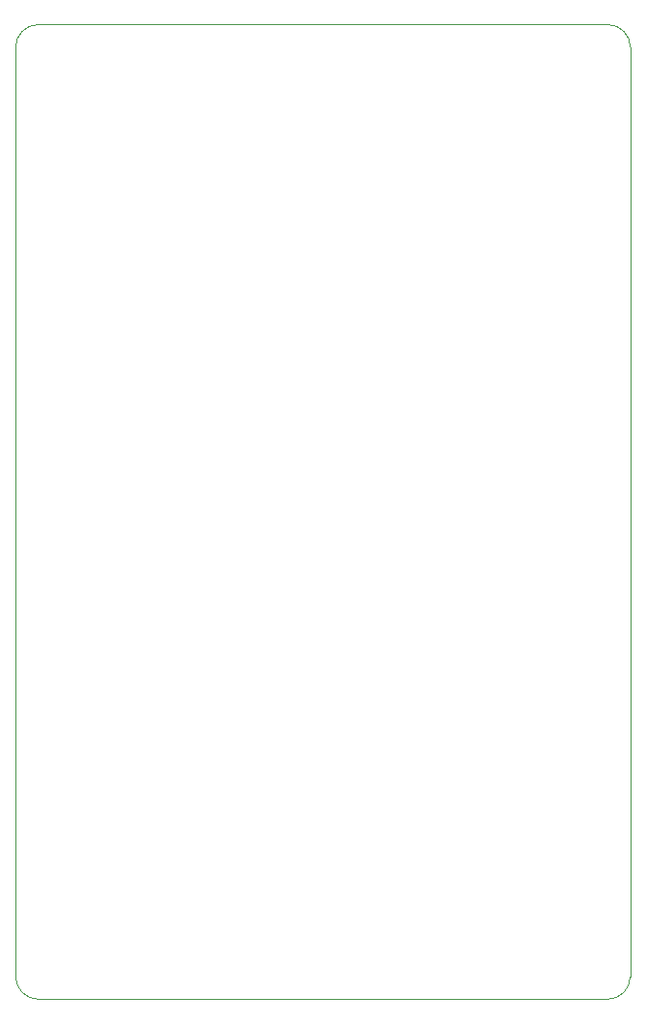
<source format=gbr>
%TF.GenerationSoftware,KiCad,Pcbnew,7.0.8*%
%TF.CreationDate,2023-11-19T20:43:58+01:00*%
%TF.ProjectId,ProtoHu_revA_layer1,50726f74-6f48-4755-9f72-6576415f6c61,rev?*%
%TF.SameCoordinates,Original*%
%TF.FileFunction,Profile,NP*%
%FSLAX46Y46*%
G04 Gerber Fmt 4.6, Leading zero omitted, Abs format (unit mm)*
G04 Created by KiCad (PCBNEW 7.0.8) date 2023-11-19 20:43:58*
%MOMM*%
%LPD*%
G01*
G04 APERTURE LIST*
%TA.AperFunction,Profile*%
%ADD10C,0.050000*%
%TD*%
G04 APERTURE END LIST*
D10*
X175488600Y-145802600D02*
X175488600Y-64204600D01*
X121513600Y-145802600D02*
G75*
G03*
X123513600Y-147802600I2000000J0D01*
G01*
X123513600Y-62204600D02*
G75*
G03*
X121513600Y-64204600I0J-2000000D01*
G01*
X173488600Y-147802600D02*
G75*
G03*
X175488600Y-145802600I0J2000000D01*
G01*
X123513600Y-147802600D02*
X173488600Y-147802600D01*
X121513600Y-64204600D02*
X121513600Y-145802600D01*
X175488600Y-64204600D02*
G75*
G03*
X173488600Y-62204600I-2000000J0D01*
G01*
X173488600Y-62204600D02*
X123513600Y-62204600D01*
M02*

</source>
